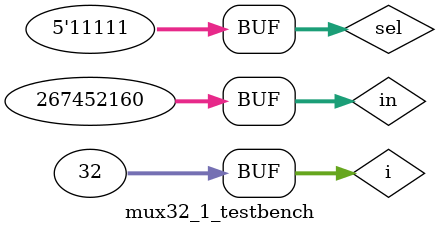
<source format=sv>


`timescale 1ns/10ps

module mux32_1(out, in, sel);
	output logic out;
	input  logic [31:0] in;
	input  logic [4:0] sel;

	logic v0, v1;

	mux16_1 m0 (.out(v0),   .in(in[15:0]),      .sel(sel[3:0]));
	mux16_1 m1 (.out(v1),   .in(in[31:16]),     .sel(sel[3:0]));
	mux2_1  m  (.out(out), .i0(v0), .i1(v1),    .sel(sel[4]));
  
endmodule

module mux32_1_testbench();
	logic [31:0] in;
	logic [4:0] sel;
	logic out;

	mux32_1 dut (.out, .in, .sel);
  
	integer i;
	initial begin
		in = 32'b10101010101010101010101010101010;
		for (i = 0; i < 32; i++) begin
			sel = i; #10;
		end
		in = 32'b11110000111100001111000011110000; 
		for (i = 0; i < 32; i++) begin
			sel = i; #10;
		end
		in = 32'b00000000111111110000000011111111;
		for (i = 0; i < 32; i++) begin
			sel = i; #10;
		end
		in = 32'b00001111111100001111111100000000;
		for (i = 0; i < 32; i++) begin
			sel = i; #10;
		end
  end
endmodule 

</source>
